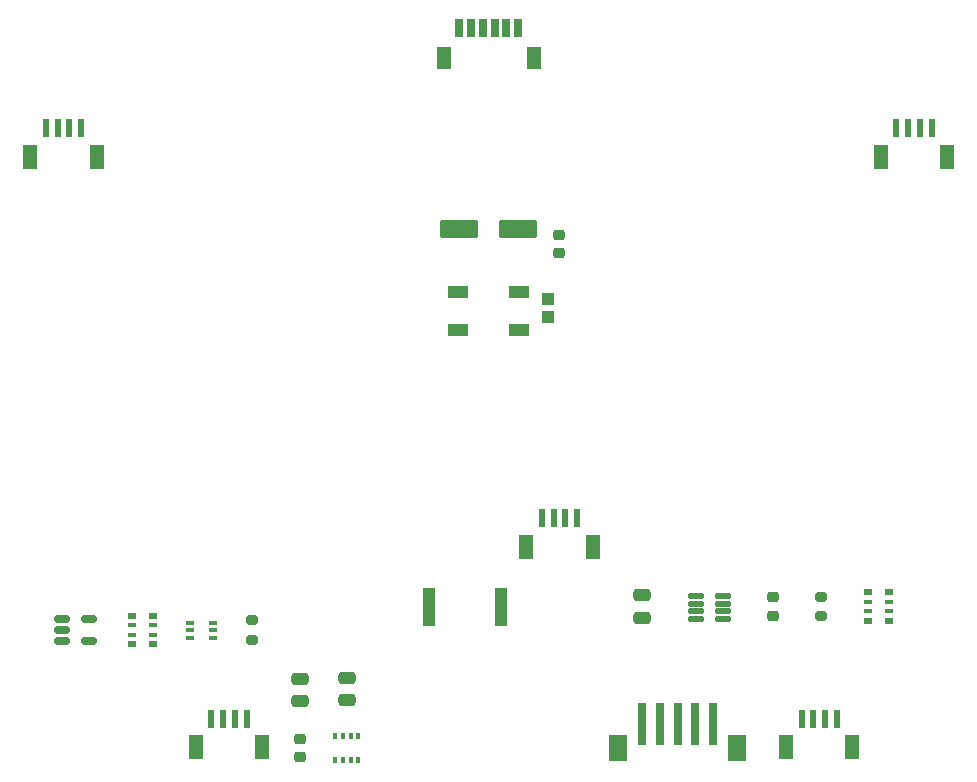
<source format=gbr>
%TF.GenerationSoftware,KiCad,Pcbnew,9.0.7*%
%TF.CreationDate,2026-01-09T13:12:47-06:00*%
%TF.ProjectId,dreamV1_0,64726561-6d56-4315-9f30-2e6b69636164,1*%
%TF.SameCoordinates,Original*%
%TF.FileFunction,Paste,Top*%
%TF.FilePolarity,Positive*%
%FSLAX46Y46*%
G04 Gerber Fmt 4.6, Leading zero omitted, Abs format (unit mm)*
G04 Created by KiCad (PCBNEW 9.0.7) date 2026-01-09 13:12:47*
%MOMM*%
%LPD*%
G01*
G04 APERTURE LIST*
G04 Aperture macros list*
%AMRoundRect*
0 Rectangle with rounded corners*
0 $1 Rounding radius*
0 $2 $3 $4 $5 $6 $7 $8 $9 X,Y pos of 4 corners*
0 Add a 4 corners polygon primitive as box body*
4,1,4,$2,$3,$4,$5,$6,$7,$8,$9,$2,$3,0*
0 Add four circle primitives for the rounded corners*
1,1,$1+$1,$2,$3*
1,1,$1+$1,$4,$5*
1,1,$1+$1,$6,$7*
1,1,$1+$1,$8,$9*
0 Add four rect primitives between the rounded corners*
20,1,$1+$1,$2,$3,$4,$5,0*
20,1,$1+$1,$4,$5,$6,$7,0*
20,1,$1+$1,$6,$7,$8,$9,0*
20,1,$1+$1,$8,$9,$2,$3,0*%
G04 Aperture macros list end*
%ADD10R,0.700000X3.600000*%
%ADD11R,1.500000X2.300000*%
%ADD12RoundRect,0.150000X-0.512500X-0.150000X0.512500X-0.150000X0.512500X0.150000X-0.512500X0.150000X0*%
%ADD13R,0.350000X0.500000*%
%ADD14RoundRect,0.225000X0.250000X-0.225000X0.250000X0.225000X-0.250000X0.225000X-0.250000X-0.225000X0*%
%ADD15R,0.600000X1.550000*%
%ADD16R,1.200000X2.000000*%
%ADD17RoundRect,0.200000X0.275000X-0.200000X0.275000X0.200000X-0.275000X0.200000X-0.275000X-0.200000X0*%
%ADD18R,0.660400X1.549400*%
%ADD19R,1.193800X1.854200*%
%ADD20RoundRect,0.250000X-0.475000X0.250000X-0.475000X-0.250000X0.475000X-0.250000X0.475000X0.250000X0*%
%ADD21RoundRect,0.100000X-0.225000X-0.100000X0.225000X-0.100000X0.225000X0.100000X-0.225000X0.100000X0*%
%ADD22RoundRect,0.125000X-0.537500X-0.125000X0.537500X-0.125000X0.537500X0.125000X-0.537500X0.125000X0*%
%ADD23R,0.800000X0.500000*%
%ADD24R,0.800000X0.400000*%
%ADD25R,1.651000X1.000000*%
%ADD26R,1.020000X1.040000*%
%ADD27R,1.070000X3.270000*%
%ADD28RoundRect,0.225000X-0.250000X0.225000X-0.250000X-0.225000X0.250000X-0.225000X0.250000X0.225000X0*%
%ADD29RoundRect,0.197500X-1.402500X-0.592500X1.402500X-0.592500X1.402500X0.592500X-1.402500X0.592500X0*%
G04 APERTURE END LIST*
D10*
%TO.C,J3*%
X9000000Y-24950000D03*
X7500000Y-24950000D03*
X6000000Y-24950000D03*
X4500000Y-24950000D03*
X3000000Y-24950000D03*
D11*
X11050000Y-27000000D03*
X950000Y-27000000D03*
%TD*%
D12*
%TO.C,U1*%
X-46137500Y-16050000D03*
X-46137500Y-17000000D03*
X-46137500Y-17950000D03*
X-43862500Y-17950000D03*
X-43862500Y-16050000D03*
%TD*%
D13*
%TO.C,U2*%
X-22975000Y-25975000D03*
X-22325000Y-25975000D03*
X-21675000Y-25975000D03*
X-21025000Y-25975000D03*
X-21025000Y-28025000D03*
X-21675000Y-28025000D03*
X-22325000Y-28025000D03*
X-22975000Y-28025000D03*
%TD*%
D14*
%TO.C,C6*%
X-4000000Y14938950D03*
X-4000000Y16488950D03*
%TD*%
D15*
%TO.C,J4*%
X19500000Y-24489000D03*
X18500000Y-24489000D03*
X17500000Y-24489000D03*
X16500000Y-24489000D03*
D16*
X20800000Y-26914000D03*
X15200000Y-26914000D03*
%TD*%
D17*
%TO.C,R2*%
X-30000000Y-17825000D03*
X-30000000Y-16175000D03*
%TD*%
D18*
%TO.C,J7*%
X-7500000Y34000000D03*
X-8500000Y34000000D03*
X-9500001Y34000000D03*
X-10499999Y34000000D03*
X-11500000Y34000000D03*
X-12500000Y34000000D03*
D19*
X-13800000Y31474986D03*
X-6200000Y31474986D03*
%TD*%
D20*
%TO.C,C4*%
X3000000Y-14050000D03*
X3000000Y-15950000D03*
%TD*%
D21*
%TO.C,Q1*%
X-35253333Y-16350000D03*
X-35253333Y-17000000D03*
X-35253333Y-17650000D03*
X-33353333Y-17650000D03*
X-33353333Y-17000000D03*
X-33353333Y-16350000D03*
%TD*%
D22*
%TO.C,U3*%
X7530000Y-14100000D03*
X7530000Y-14750000D03*
X7530000Y-15400000D03*
X7530000Y-16050000D03*
X9805000Y-16050000D03*
X9805000Y-15400000D03*
X9805000Y-14750000D03*
X9805000Y-14100000D03*
%TD*%
D15*
%TO.C,J2*%
X-30500000Y-24489000D03*
X-31500000Y-24489000D03*
X-32500000Y-24489000D03*
X-33500000Y-24489000D03*
D16*
X-29200000Y-26914000D03*
X-34800000Y-26914000D03*
%TD*%
D23*
%TO.C,R5*%
X22100000Y-13800000D03*
D24*
X22100000Y-14600000D03*
X22100000Y-15400000D03*
D23*
X22100000Y-16200000D03*
X23900000Y-16200000D03*
D24*
X23900000Y-15400000D03*
X23900000Y-14600000D03*
D23*
X23900000Y-13800000D03*
%TD*%
D25*
%TO.C,D1*%
X-7423000Y8400000D03*
X-7423000Y11600000D03*
X-12577000Y11600000D03*
X-12577000Y8400000D03*
%TD*%
D15*
%TO.C,J9*%
X27500000Y25511000D03*
X26500000Y25511000D03*
X25500000Y25511000D03*
X24500000Y25511000D03*
D16*
X28800000Y23086000D03*
X23200000Y23086000D03*
%TD*%
D23*
%TO.C,R1*%
X-40226667Y-15800000D03*
D24*
X-40226667Y-16600000D03*
X-40226667Y-17400000D03*
D23*
X-40226667Y-18200000D03*
X-38426667Y-18200000D03*
D24*
X-38426667Y-17400000D03*
X-38426667Y-16600000D03*
D23*
X-38426667Y-15800000D03*
%TD*%
D26*
%TO.C,R8*%
X-5000000Y9530000D03*
X-5000000Y11000000D03*
%TD*%
D20*
%TO.C,C2*%
X-26000000Y-21100000D03*
X-26000000Y-23000000D03*
%TD*%
%TO.C,C3*%
X-22000000Y-21050000D03*
X-22000000Y-22950000D03*
%TD*%
D27*
%TO.C,R4*%
X-8945000Y-15000000D03*
X-15055000Y-15000000D03*
%TD*%
D28*
%TO.C,C5*%
X14085000Y-14225000D03*
X14085000Y-15775000D03*
%TD*%
D17*
%TO.C,R3*%
X18182500Y-15825000D03*
X18182500Y-14175000D03*
%TD*%
D15*
%TO.C,J6*%
X-44500000Y25511000D03*
X-45500000Y25511000D03*
X-46500000Y25511000D03*
X-47500000Y25511000D03*
D16*
X-43200000Y23086000D03*
X-48800000Y23086000D03*
%TD*%
D29*
%TO.C,C7*%
X-7505000Y17000000D03*
X-12495000Y17000000D03*
%TD*%
D14*
%TO.C,C1*%
X-26000000Y-27775000D03*
X-26000000Y-26225000D03*
%TD*%
D15*
%TO.C,J8*%
X-2500000Y-7489000D03*
X-3500000Y-7489000D03*
X-4500000Y-7489000D03*
X-5500000Y-7489000D03*
D16*
X-1200000Y-9914000D03*
X-6800000Y-9914000D03*
%TD*%
M02*

</source>
